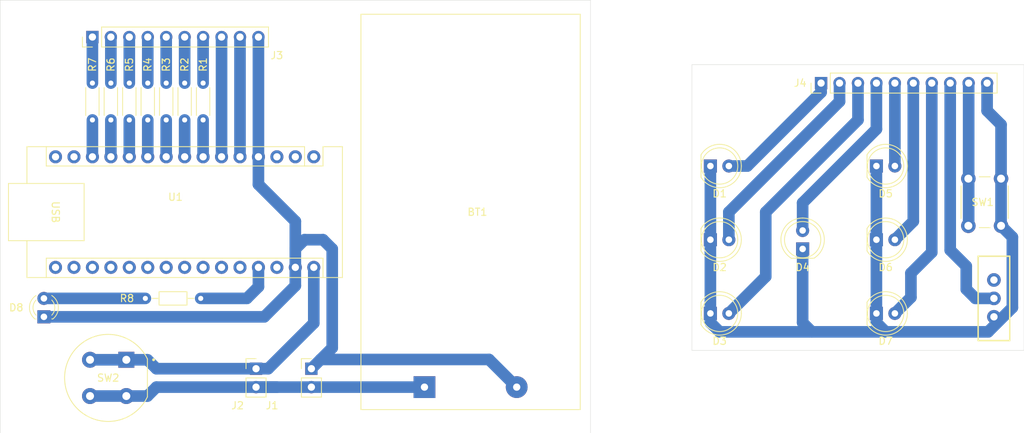
<source format=kicad_pcb>
(kicad_pcb (version 20241229) (generator "pcbnew") (generator_version "9.0")
  (layers (0 "F.Cu" signal) (2 "B.Cu" signal) (13 "F.Paste" user) (15 "B.Paste" user) (5 "F.SilkS" user "F.Silkscreen") (7 "B.SilkS" user "B.Silkscreen") (1 "F.Mask" user) (3 "B.Mask" user) (25 "Edge.Cuts" user))
  (net 0 "")
  (net 1 "Net-(D1-A)")
  (net 2 "Net-(D2-A)")
  (net 3 "Net-(D3-A)")
  (net 4 "Net-(D4-A)")
  (net 5 "Net-(D5-A)")
  (net 6 "Net-(D6-A)")
  (net 7 "Net-(D7-A)")
  (net 8 "Net-(D8-A)")
  (net 9 "PWR")
  (net 10 "VIN")
  (net 11 "Net-(J3-Pin_4)")
  (net 12 "Net-(J3-Pin_5)")
  (net 13 "Net-(J3-Pin_1)")
  (net 14 "Net-(J3-Pin_6)")
  (net 15 "Net-(J3-Pin_7)")
  (net 16 "Net-(J3-Pin_2)")
  (net 17 "Net-(J3-Pin_8)")
  (net 18 "Net-(J3-Pin_9)")
  (net 19 "Net-(J3-Pin_3)")
  (net 20 "Net-(J4-Pin_9)")
  (net 21 "Net-(J4-Pin_8)")
  (net 22 "Net-(U1-D4)")
  (net 23 "Net-(U1-D5)")
  (net 24 "Net-(U1-D6)")
  (net 25 "Net-(U1-D7)")
  (net 26 "Net-(U1-D8)")
  (net 27 "Net-(U1-D9)")
  (net 28 "Net-(U1-D10)")
  (net 29 "Net-(U1-+5V)")
  (net 48 "GND1")
  (net 49 "GND2")
  (footprint "MountingHole:MountingHole_2mm" (layer "F.Cu") (at 125.73 68.11)
    (property "Reference" "H2" (hide yes))
    (property "Value" "MountingHole" (hide yes))
    (pad "" np_thru_hole circle (at 0 0) (size 2 2) (drill 2) (layers "*.Cu" "*.Mask"))
  )
  (footprint "Connector_PinHeader_2.54mm:PinHeader_1x10_P2.54mm_Vertical" (layer "F.Cu") (at 193.04 75.73 90)
    (property "Reference" "J4" (at 0 -2.87 180) (layer "F.SilkS"))
    (property "Value" "01x10_Pin" (hide yes))
    (fp_line (start -1.38 -1.38) (end 0 -1.38) (stroke (width 0.12)) (layer "F.SilkS"))
    (fp_line (start -1.38 0) (end -1.38 -1.38) (stroke (width 0.12)) (layer "F.SilkS"))
    (fp_line (start 1.38 1.27) (end 1.38 24.24) (stroke (width 0.12)) (layer "F.SilkS"))
    (fp_line (start -1.38 1.27) (end 1.38 1.27) (stroke (width 0.12)) (layer "F.SilkS"))
    (fp_line (start -1.38 1.27) (end -1.38 24.24) (stroke (width 0.12)) (layer "F.SilkS"))
    (fp_line (start -1.38 24.24) (end 1.38 24.24) (stroke (width 0.12)) (layer "F.SilkS"))
    (pad "1" thru_hole rect (at 0 0 90) (size 1.7 1.7) (drill 1) (layers "*.Cu" "*.Mask") (net 1 "Net-(D1-A)"))
    (pad "2" thru_hole circle (at 0 2.54 90) (size 1.7 1.7) (drill 1) (layers "*.Cu" "*.Mask") (net 2 "Net-(D2-A)"))
    (pad "3" thru_hole circle (at 0 5.08 90) (size 1.7 1.7) (drill 1) (layers "*.Cu" "*.Mask") (net 3 "Net-(D3-A)"))
    (pad "4" thru_hole circle (at 0 7.62 90) (size 1.7 1.7) (drill 1) (layers "*.Cu" "*.Mask") (net 4 "Net-(D4-A)"))
    (pad "5" thru_hole circle (at 0 10.16 90) (size 1.7 1.7) (drill 1) (layers "*.Cu" "*.Mask") (net 5 "Net-(D5-A)"))
    (pad "6" thru_hole circle (at 0 12.7 90) (size 1.7 1.7) (drill 1) (layers "*.Cu" "*.Mask") (net 6 "Net-(D6-A)"))
    (pad "7" thru_hole circle (at 0 15.24 90) (size 1.7 1.7) (drill 1) (layers "*.Cu" "*.Mask") (net 7 "Net-(D7-A)"))
    (pad "8" thru_hole circle (at 0 17.78 90) (size 1.7 1.7) (drill 1) (layers "*.Cu" "*.Mask") (net 21 "Net-(J4-Pin_8)"))
    (pad "9" thru_hole circle (at 0 20.32 90) (size 1.7 1.7) (drill 1) (layers "*.Cu" "*.Mask") (net 20 "Net-(J4-Pin_9)"))
    (pad "10" thru_hole circle (at 0 22.86 90) (size 1.7 1.7) (drill 1) (layers "*.Cu" "*.Mask") (net 49 "GND2"))
  )
  (footprint "Resistor_THT:R_Axial_DIN0204_L3.6mm_D1.6mm_P5.08mm_Horizontal" (layer "F.Cu") (at 105.41 80.81 90)
    (property "Reference" "R2" (at 7.62 0 90) (layer "F.SilkS"))
    (property "Value" "330")
    (fp_line (start 0.62 -0.92) (end 4.46 -0.92) (stroke (width 0.12)) (layer "F.SilkS"))
    (fp_line (start 0.62 0.92) (end 4.46 0.92) (stroke (width 0.12)) (layer "F.SilkS"))
    (pad "1" thru_hole circle (at 0 0 90) (size 1.4 1.4) (drill 0.7) (layers "*.Cu" "*.Mask") (net 23 "Net-(U1-D5)"))
    (pad "2" thru_hole circle (at 5.08 0 90) (size 1.4 1.4) (drill 0.7) (layers "*.Cu" "*.Mask") (net 14 "Net-(J3-Pin_6)"))
  )
  (footprint "Connector_PinHeader_2.54mm:PinHeader_1x02_P2.54mm_Vertical" (layer "F.Cu") (at 115.24 115.1)
    (property "Reference" "J2" (at -2.54 5.08 0) (layer "F.SilkS"))
    (property "Value" "01x02" (hide yes))
    (fp_line (start -1.38 -1.38) (end 0 -1.38) (stroke (width 0.12)) (layer "F.SilkS"))
    (fp_line (start -1.38 0) (end -1.38 -1.38) (stroke (width 0.12)) (layer "F.SilkS"))
    (fp_line (start -1.38 1.27) (end -1.38 3.92) (stroke (width 0.12)) (layer "F.SilkS"))
    (fp_line (start -1.38 1.27) (end 1.38 1.27) (stroke (width 0.12)) (layer "F.SilkS"))
    (fp_line (start -1.38 3.92) (end 1.38 3.92) (stroke (width 0.12)) (layer "F.SilkS"))
    (fp_line (start 1.38 1.27) (end 1.38 3.92) (stroke (width 0.12)) (layer "F.SilkS"))
    (pad "1" thru_hole rect (at 0 0) (size 1.7 1.7) (drill 1) (layers "*.Cu" "*.Mask") (net 10 "VIN"))
    (pad "2" thru_hole circle (at 0 2.54) (size 1.7 1.7) (drill 1) (layers "*.Cu" "*.Mask") (net 9 "PWR"))
  )
  (footprint "Custom:Arduino_Nano_v3" (layer "F.Cu") (at 123.19 85.89 -90)
    (property "Reference" "U1" (at 5.55 19.05 0) (layer "F.SilkS"))
    (property "Value" "Arduino_Nano_v3")
    (fp_line (start 3.68 42.04) (end 3.68 31.62) (stroke (width 0.12)) (layer "F.SilkS"))
    (fp_line (start 11.56 42.04) (end 3.68 42.04) (stroke (width 0.12)) (layer "F.SilkS"))
    (fp_line (start -1.4 39.5) (end 3.68 39.5) (stroke (width 0.12)) (layer "F.SilkS"))
    (fp_line (start 16.64 39.5) (end 11.56 39.5) (stroke (width 0.12)) (layer "F.SilkS"))
    (fp_line (start 16.64 39.5) (end 16.64 -3.94) (stroke (width 0.12)) (layer "F.SilkS"))
    (fp_line (start 1.27 36.83) (end -1.4 36.83) (stroke (width 0.12)) (layer "F.SilkS"))
    (fp_line (start 13.97 36.83) (end 16.64 36.83) (stroke (width 0.12)) (layer "F.SilkS"))
    (fp_line (start 3.68 31.62) (end 11.56 31.62) (stroke (width 0.12)) (layer "F.SilkS"))
    (fp_line (start 11.56 31.62) (end 11.56 42.04) (stroke (width 0.12)) (layer "F.SilkS"))
    (fp_line (start -1.4 1.27) (end -1.4 39.5) (stroke (width 0.12)) (layer "F.SilkS"))
    (fp_line (start 1.27 1.27) (end 1.27 36.83) (stroke (width 0.12)) (layer "F.SilkS"))
    (fp_line (start 1.27 1.27) (end -1.4 1.27) (stroke (width 0.12)) (layer "F.SilkS"))
    (fp_line (start 1.27 1.27) (end 1.27 -1.27) (stroke (width 0.12)) (layer "F.SilkS"))
    (fp_line (start 1.27 -1.27) (end -1.4 -1.27) (stroke (width 0.12)) (layer "F.SilkS"))
    (fp_line (start 13.97 -1.27) (end 13.97 36.83) (stroke (width 0.12)) (layer "F.SilkS"))
    (fp_line (start 13.97 -1.27) (end 16.64 -1.27) (stroke (width 0.12)) (layer "F.SilkS"))
    (fp_line (start -1.4 -3.94) (end -1.4 -1.27) (stroke (width 0.12)) (layer "F.SilkS"))
    (fp_line (start 16.64 -3.94) (end -1.4 -3.94) (stroke (width 0.12)) (layer "F.SilkS"))
    (fp_text user "USB" (at 7.62 35.56 270) (layer "F.SilkS"))
    (pad "1" thru_hole circle (at 0 0 270) (size 1.8 1.8) (drill 1) (layers "*.Cu" "*.Mask"))
    (pad "2" thru_hole circle (at 0 2.54 270) (size 1.8 1.8) (drill 1) (layers "*.Cu" "*.Mask"))
    (pad "3" thru_hole circle (at 0 5.08 270) (size 1.8 1.8) (drill 1) (layers "*.Cu" "*.Mask"))
    (pad "4" thru_hole circle (at 0 7.62 270) (size 1.8 1.8) (drill 1) (layers "*.Cu" "*.Mask") (net 48 "GND1"))
    (pad "5" thru_hole circle (at 0 10.16 270) (size 1.8 1.8) (drill 1) (layers "*.Cu" "*.Mask") (net 18 "Net-(J3-Pin_9)"))
    (pad "6" thru_hole circle (at 0 12.7 270) (size 1.8 1.8) (drill 1) (layers "*.Cu" "*.Mask") (net 17 "Net-(J3-Pin_8)"))
    (pad "7" thru_hole circle (at 0 15.24 270) (size 1.8 1.8) (drill 1) (layers "*.Cu" "*.Mask") (net 22 "Net-(U1-D4)"))
    (pad "8" thru_hole circle (at 0 17.78 270) (size 1.8 1.8) (drill 1) (layers "*.Cu" "*.Mask") (net 23 "Net-(U1-D5)"))
    (pad "9" thru_hole circle (at 0 20.32 270) (size 1.8 1.8) (drill 1) (layers "*.Cu" "*.Mask") (net 24 "Net-(U1-D6)"))
    (pad "10" thru_hole circle (at 0 22.86 270) (size 1.8 1.8) (drill 1) (layers "*.Cu" "*.Mask") (net 25 "Net-(U1-D7)"))
    (pad "11" thru_hole circle (at 0 25.4 270) (size 1.8 1.8) (drill 1) (layers "*.Cu" "*.Mask") (net 26 "Net-(U1-D8)"))
    (pad "12" thru_hole circle (at 0 27.94 270) (size 1.8 1.8) (drill 1) (layers "*.Cu" "*.Mask") (net 27 "Net-(U1-D9)"))
    (pad "13" thru_hole circle (at 0 30.48 270) (size 1.8 1.8) (drill 1) (layers "*.Cu" "*.Mask") (net 28 "Net-(U1-D10)"))
    (pad "14" thru_hole circle (at 0 33.02 270) (size 1.8 1.8) (drill 1) (layers "*.Cu" "*.Mask"))
    (pad "15" thru_hole circle (at 0 35.56 270) (size 1.8 1.8) (drill 1) (layers "*.Cu" "*.Mask"))
    (pad "16" thru_hole circle (at 15.24 35.56 270) (size 1.8 1.8) (drill 1) (layers "*.Cu" "*.Mask"))
    (pad "17" thru_hole circle (at 15.24 33.02 270) (size 1.8 1.8) (drill 1) (layers "*.Cu" "*.Mask"))
    (pad "18" thru_hole circle (at 15.24 30.48 270) (size 1.8 1.8) (drill 1) (layers "*.Cu" "*.Mask"))
    (pad "19" thru_hole circle (at 15.24 27.94 270) (size 1.8 1.8) (drill 1) (layers "*.Cu" "*.Mask"))
    (pad "20" thru_hole circle (at 15.24 25.4 270) (size 1.8 1.8) (drill 1) (layers "*.Cu" "*.Mask"))
    (pad "21" thru_hole circle (at 15.24 22.86 270) (size 1.8 1.8) (drill 1) (layers "*.Cu" "*.Mask"))
    (pad "22" thru_hole circle (at 15.24 20.32 270) (size 1.8 1.8) (drill 1) (layers "*.Cu" "*.Mask"))
    (pad "23" thru_hole circle (at 15.24 17.78 270) (size 1.8 1.8) (drill 1) (layers "*.Cu" "*.Mask"))
    (pad "24" thru_hole circle (at 15.24 15.24 270) (size 1.8 1.8) (drill 1) (layers "*.Cu" "*.Mask"))
    (pad "25" thru_hole circle (at 15.24 12.7 270) (size 1.8 1.8) (drill 1) (layers "*.Cu" "*.Mask"))
    (pad "26" thru_hole circle (at 15.24 10.16 270) (size 1.8 1.8) (drill 1) (layers "*.Cu" "*.Mask"))
    (pad "27" thru_hole circle (at 15.24 7.62 270) (size 1.8 1.8) (drill 1) (layers "*.Cu" "*.Mask") (net 29 "Net-(U1-+5V)"))
    (pad "28" thru_hole circle (at 15.24 5.08 270) (size 1.8 1.8) (drill 1) (layers "*.Cu" "*.Mask"))
    (pad "29" thru_hole circle (at 15.24 2.54 270) (size 1.8 1.8) (drill 1) (layers "*.Cu" "*.Mask") (net 48 "GND1"))
    (pad "30" thru_hole circle (at 15.24 0 270) (size 1.8 1.8) (drill 1) (layers "*.Cu" "*.Mask") (net 10 "VIN"))
  )
  (footprint "MountingHole:MountingHole_2mm" (layer "F.Cu") (at 178.74 76.2)
    (property "Reference" "H4" (hide yes))
    (property "Value" "MountingHole" (hide yes))
    (pad "" np_thru_hole circle (at 0 0) (size 2 2) (drill 2) (layers "*.Cu" "*.Mask"))
  )
  (footprint "Resistor_THT:R_Axial_DIN0204_L3.6mm_D1.6mm_P5.08mm_Horizontal" (layer "F.Cu") (at 100.33 80.81 90)
    (property "Reference" "R4" (at 7.62 0 90) (layer "F.SilkS"))
    (property "Value" "330")
    (fp_line (start 0.62 -0.92) (end 4.46 -0.92) (stroke (width 0.12)) (layer "F.SilkS"))
    (fp_line (start 0.62 0.92) (end 4.46 0.92) (stroke (width 0.12)) (layer "F.SilkS"))
    (pad "1" thru_hole circle (at 0 0 90) (size 1.4 1.4) (drill 0.7) (layers "*.Cu" "*.Mask") (net 25 "Net-(U1-D7)"))
    (pad "2" thru_hole circle (at 5.08 0 90) (size 1.4 1.4) (drill 0.7) (layers "*.Cu" "*.Mask") (net 11 "Net-(J3-Pin_4)"))
  )
  (footprint "LED_THT:LED_D5.0mm" (layer "F.Cu") (at 177.8 107.48)
    (property "Reference" "D3" (at 1.27 3.81 0) (layer "F.SilkS"))
    (property "Value" "LED" (hide yes))
    (fp_line (start -1.29 -1.545) (end -1.29 1.545) (stroke (width 0.12)) (layer "F.SilkS"))
    (fp_arc (start -1.29 -1.54483) (mid 2.071779 -2.880495) (end 4.26 0) (stroke (width 0.12)) (layer "F.SilkS"))
    (fp_arc (start 4.26 0) (mid 2.071779 2.880495) (end -1.29 1.54483) (stroke (width 0.12)) (layer "F.SilkS"))
    (fp_circle (center 1.27 0) (end 3.77 0) (stroke (width 0.12)) (fill no) (layer "F.SilkS"))
    (pad "1" thru_hole rect (at 0 0) (size 1.8 1.8) (drill 0.9) (layers "*.Cu" "*.Mask") (net 49 "GND2"))
    (pad "2" thru_hole circle (at 2.54 0) (size 1.8 1.8) (drill 0.9) (layers "*.Cu" "*.Mask") (net 3 "Net-(D3-A)"))
  )
  (footprint "Resistor_THT:R_Axial_DIN0204_L3.6mm_D1.6mm_P5.08mm_Horizontal" (layer "F.Cu") (at 92.71 80.81 90)
    (property "Reference" "R7" (at 7.62 0 90) (layer "F.SilkS"))
    (property "Value" "330")
    (fp_line (start 0.62 -0.92) (end 4.46 -0.92) (stroke (width 0.12)) (layer "F.SilkS"))
    (fp_line (start 0.62 0.92) (end 4.46 0.92) (stroke (width 0.12)) (layer "F.SilkS"))
    (pad "1" thru_hole circle (at 0 0 90) (size 1.4 1.4) (drill 0.7) (layers "*.Cu" "*.Mask") (net 28 "Net-(U1-D10)"))
    (pad "2" thru_hole circle (at 5.08 0 90) (size 1.4 1.4) (drill 0.7) (layers "*.Cu" "*.Mask") (net 13 "Net-(J3-Pin_1)"))
  )
  (footprint "Resistor_THT:R_Axial_DIN0204_L3.6mm_D1.6mm_P5.08mm_Horizontal" (layer "F.Cu") (at 102.87 80.81 90)
    (property "Reference" "R3" (at 7.62 0 90) (layer "F.SilkS"))
    (property "Value" "330")
    (fp_line (start 0.62 -0.92) (end 4.46 -0.92) (stroke (width 0.12)) (layer "F.SilkS"))
    (fp_line (start 0.62 0.92) (end 4.46 0.92) (stroke (width 0.12)) (layer "F.SilkS"))
    (pad "1" thru_hole circle (at 0 0 90) (size 1.4 1.4) (drill 0.7) (layers "*.Cu" "*.Mask") (net 24 "Net-(U1-D6)"))
    (pad "2" thru_hole circle (at 5.08 0 90) (size 1.4 1.4) (drill 0.7) (layers "*.Cu" "*.Mask") (net 12 "Net-(J3-Pin_5)"))
  )
  (footprint "Connector_PinHeader_2.54mm:PinHeader_1x02_P2.54mm_Vertical" (layer "F.Cu") (at 122.86 115.1)
    (property "Reference" "J1" (at -5.41 5.08 0) (layer "F.SilkS"))
    (property "Value" "01x02" (hide yes))
    (fp_line (start -1.38 -1.38) (end 0 -1.38) (stroke (width 0.12)) (layer "F.SilkS"))
    (fp_line (start -1.38 0) (end -1.38 -1.38) (stroke (width 0.12)) (layer "F.SilkS"))
    (fp_line (start -1.38 1.27) (end -1.38 3.92) (stroke (width 0.12)) (layer "F.SilkS"))
    (fp_line (start -1.38 1.27) (end 1.38 1.27) (stroke (width 0.12)) (layer "F.SilkS"))
    (fp_line (start -1.38 3.92) (end 1.38 3.92) (stroke (width 0.12)) (layer "F.SilkS"))
    (fp_line (start 1.38 1.27) (end 1.38 3.92) (stroke (width 0.12)) (layer "F.SilkS"))
    (pad "1" thru_hole rect (at 0 0) (size 1.7 1.7) (drill 1) (layers "*.Cu" "*.Mask") (net 48 "GND1"))
    (pad "2" thru_hole circle (at 0 2.54) (size 1.7 1.7) (drill 1) (layers "*.Cu" "*.Mask") (net 9 "PWR"))
  )
  (footprint "LED_THT:LED_D5.0mm" (layer "F.Cu") (at 200.66 107.48)
    (property "Reference" "D7" (at 1.27 3.81 0) (layer "F.SilkS"))
    (property "Value" "LED" (hide yes))
    (fp_line (start -1.29 -1.545) (end -1.29 1.545) (stroke (width 0.12)) (layer "F.SilkS"))
    (fp_arc (start -1.29 -1.54483) (mid 2.071779 -2.880495) (end 4.26 0) (stroke (width 0.12)) (layer "F.SilkS"))
    (fp_arc (start 4.26 0) (mid 2.071779 2.880495) (end -1.29 1.54483) (stroke (width 0.12)) (layer "F.SilkS"))
    (fp_circle (center 1.27 0) (end 3.77 0) (stroke (width 0.12)) (fill no) (layer "F.SilkS"))
    (pad "1" thru_hole rect (at 0 0) (size 1.8 1.8) (drill 0.9) (layers "*.Cu" "*.Mask") (net 49 "GND2"))
    (pad "2" thru_hole circle (at 2.54 0) (size 1.8 1.8) (drill 0.9) (layers "*.Cu" "*.Mask") (net 7 "Net-(D7-A)"))
  )
  (footprint "MountingHole:MountingHole_2mm" (layer "F.Cu") (at 83.82 120.18)
    (property "Reference" "H3" (hide yes))
    (property "Value" "MountingHole" (hide yes))
    (pad "" np_thru_hole circle (at 0 0) (size 2 2) (drill 2) (layers "*.Cu" "*.Mask"))
  )
  (footprint "LED_THT:LED_D5.0mm" (layer "F.Cu") (at 177.8 97.32)
    (property "Reference" "D2" (at 1.27 3.81 0) (layer "F.SilkS"))
    (property "Value" "LED" (hide yes))
    (fp_line (start -1.29 -1.545) (end -1.29 1.545) (stroke (width 0.12)) (layer "F.SilkS"))
    (fp_arc (start -1.29 -1.54483) (mid 2.071779 -2.880495) (end 4.26 0) (stroke (width 0.12)) (layer "F.SilkS"))
    (fp_arc (start 4.26 0) (mid 2.071779 2.880495) (end -1.29 1.54483) (stroke (width 0.12)) (layer "F.SilkS"))
    (fp_circle (center 1.27 0) (end 3.77 0) (stroke (width 0.12)) (fill no) (layer "F.SilkS"))
    (pad "1" thru_hole rect (at 0 0) (size 1.8 1.8) (drill 0.9) (layers "*.Cu" "*.Mask") (net 49 "GND2"))
    (pad "2" thru_hole circle (at 2.54 0) (size 1.8 1.8) (drill 0.9) (layers "*.Cu" "*.Mask") (net 2 "Net-(D2-A)"))
  )
  (footprint "Battery:BatteryHolder_Eagle_12BH611-GR" (layer "F.Cu") (at 138.43 117.64 -90)
    (property "Reference" "BT1" (at -24.13 -7.29 180) (layer "F.SilkS"))
    (property "Value" "Batt_9V")
    (fp_line (start -51.4 8.75) (end -51.4 -21.45) (stroke (width 0.12)) (layer "F.SilkS"))
    (fp_line (start 3.1 8.75) (end -51.4 8.75) (stroke (width 0.12)) (layer "F.SilkS"))
    (fp_line (start -51.4 -21.45) (end 3.1 -21.45) (stroke (width 0.12)) (layer "F.SilkS"))
    (fp_line (start 3.1 -21.45) (end 3.1 8.75) (stroke (width 0.12)) (layer "F.SilkS"))
    (pad "" np_thru_hole circle (at -38.9 -17.45 270) (size 2.6 2.6) (drill 2.6) (layers "*.Cu" "*.Mask"))
    (pad "" np_thru_hole circle (at -24.15 4.75 270) (size 2.6 2.6) (drill 2.6) (layers "*.Cu" "*.Mask"))
    (pad "" np_thru_hole circle (at -10.9 -17.45 270) (size 2.6 2.6) (drill 2.6) (layers "*.Cu" "*.Mask"))
    (pad "1" thru_hole rect (at 0 0 270) (size 3 3) (drill 1) (layers "*.Cu" "*.Mask") (net 9 "PWR"))
    (pad "2" thru_hole circle (at 0 -12.7 270) (size 3 3) (drill 1) (layers "*.Cu" "*.Mask") (net 48 "GND1"))
  )
  (footprint "PCM_SparkFun-Switch:Slide_SPDT_PTH_11.6x4.0mm" (layer "F.Cu") (at 216.84 105.41)
    (property "Reference" "SW3" (hide yes))
    (property "Value" "SPDT_Slide" (hide yes))
    (fp_line (start -2.175 -5.815) (end -2.175 5.815) (stroke (width 0.2032)) (layer "F.SilkS"))
    (fp_line (start -2.175 5.815) (end 2.175 5.815) (stroke (width 0.2032)) (layer "F.SilkS"))
    (fp_line (start 2.175 -5.815) (end -2.175 -5.815) (stroke (width 0.2032)) (layer "F.SilkS"))
    (fp_line (start 2.175 5.815) (end 2.175 -5.815) (stroke (width 0.2032)) (layer "F.SilkS"))
    (pad "1" thru_hole circle (at 0 -2.54) (size 1.8796 1.8796) (drill 1.016) (layers "*.Cu" "*.Mask"))
    (pad "2" thru_hole circle (at 0 0) (size 1.8796 1.8796) (drill 1.016) (layers "*.Cu" "*.Mask") (net 21 "Net-(J4-Pin_8)"))
    (pad "3" thru_hole circle (at 0 2.54) (size 1.8796 1.8796) (drill 1.016) (layers "*.Cu" "*.Mask") (net 49 "GND2"))
  )
  (footprint "MountingHole:MountingHole_2mm" (layer "F.Cu") (at 210.49 106.68)
    (property "Reference" "H5" (hide yes))
    (property "Value" "MountingHole" (hide yes))
    (pad "" np_thru_hole circle (at 0 0) (size 2 2) (drill 2) (layers "*.Cu" "*.Mask"))
  )
  (footprint "Resistor_THT:R_Axial_DIN0204_L3.6mm_D1.6mm_P5.08mm_Horizontal" (layer "F.Cu") (at 95.25 80.81 90)
    (property "Reference" "R6" (at 7.62 0 90) (layer "F.SilkS"))
    (property "Value" "330")
    (fp_line (start 0.62 -0.92) (end 4.46 -0.92) (stroke (width 0.12)) (layer "F.SilkS"))
    (fp_line (start 0.62 0.92) (end 4.46 0.92) (stroke (width 0.12)) (layer "F.SilkS"))
    (pad "1" thru_hole circle (at 0 0 90) (size 1.4 1.4) (drill 0.7) (layers "*.Cu" "*.Mask") (net 27 "Net-(U1-D9)"))
    (pad "2" thru_hole circle (at 5.08 0 90) (size 1.4 1.4) (drill 0.7) (layers "*.Cu" "*.Mask") (net 16 "Net-(J3-Pin_2)"))
  )
  (footprint "MountingHole:MountingHole_2mm" (layer "F.Cu") (at 83.82 68.11)
    (property "Reference" "H1" (hide yes))
    (property "Value" "MountingHole" (hide yes))
    (pad "" np_thru_hole circle (at 0 0) (size 2 2) (drill 2) (layers "*.Cu" "*.Mask"))
  )
  (footprint "LED_THT:LED_D5.0mm" (layer "F.Cu") (at 200.66 97.32)
    (property "Reference" "D6" (at 1.27 3.81 0) (layer "F.SilkS"))
    (property "Value" "LED" (hide yes))
    (fp_line (start -1.29 -1.545) (end -1.29 1.545) (stroke (width 0.12)) (layer "F.SilkS"))
    (fp_arc (start -1.29 -1.54483) (mid 2.071779 -2.880495) (end 4.26 0) (stroke (width 0.12)) (layer "F.SilkS"))
    (fp_arc (start 4.26 0) (mid 2.071779 2.880495) (end -1.29 1.54483) (stroke (width 0.12)) (layer "F.SilkS"))
    (fp_circle (center 1.27 0) (end 3.77 0) (stroke (width 0.12)) (fill no) (layer "F.SilkS"))
    (pad "1" thru_hole rect (at 0 0) (size 1.8 1.8) (drill 0.9) (layers "*.Cu" "*.Mask") (net 49 "GND2"))
    (pad "2" thru_hole circle (at 2.54 0) (size 1.8 1.8) (drill 0.9) (layers "*.Cu" "*.Mask") (net 6 "Net-(D6-A)"))
  )
  (footprint "LED_THT:LED_D5.0mm" (layer "F.Cu") (at 190.5 98.59 90)
    (property "Reference" "D4" (at -2.54 0 180) (layer "F.SilkS"))
    (property "Value" "LED" (hide yes))
    (fp_line (start -1.29 -1.545) (end -1.29 1.545) (stroke (width 0.12)) (layer "F.SilkS"))
    (fp_arc (start -1.29 -1.54483) (mid 2.071779 -2.880495) (end 4.26 0) (stroke (width 0.12)) (layer "F.SilkS"))
    (fp_arc (start 4.26 0) (mid 2.071779 2.880495) (end -1.29 1.54483) (stroke (width 0.12)) (layer "F.SilkS"))
    (fp_circle (center 1.27 0) (end 3.77 0) (stroke (width 0.12)) (fill no) (layer "F.SilkS"))
    (pad "1" thru_hole rect (at 0 0 90) (size 1.8 1.8) (drill 0.9) (layers "*.Cu" "*.Mask") (net 49 "GND2"))
    (pad "2" thru_hole circle (at 2.54 0 90) (size 1.8 1.8) (drill 0.9) (layers "*.Cu" "*.Mask") (net 4 "Net-(D4-A)"))
  )
  (footprint "LED_THT:LED_D5.0mm" (layer "F.Cu") (at 177.8 87.16)
    (property "Reference" "D1" (at 1.27 3.81 0) (layer "F.SilkS"))
    (property "Value" "LED" (hide yes))
    (fp_line (start -1.29 -1.545) (end -1.29 1.545) (stroke (width 0.12)) (layer "F.SilkS"))
    (fp_arc (start -1.29 -1.54483) (mid 2.071779 -2.880495) (end 4.26 0) (stroke (width 0.12)) (layer "F.SilkS"))
    (fp_arc (start 4.26 0) (mid 2.071779 2.880495) (end -1.29 1.54483) (stroke (width 0.12)) (layer "F.SilkS"))
    (fp_circle (center 1.27 0) (end 3.77 0) (stroke (width 0.12)) (fill no) (layer "F.SilkS"))
    (pad "1" thru_hole rect (at 0 0) (size 1.8 1.8) (drill 0.9) (layers "*.Cu" "*.Mask") (net 49 "GND2"))
    (pad "2" thru_hole circle (at 2.54 0) (size 1.8 1.8) (drill 0.9) (layers "*.Cu" "*.Mask") (net 1 "Net-(D1-A)"))
  )
  (footprint "LED_THT:LED_D5.0mm" (layer "F.Cu") (at 200.66 87.16)
    (property "Reference" "D5" (at 1.27 3.81 0) (layer "F.SilkS"))
    (property "Value" "LED" (hide yes))
    (fp_line (start -1.29 -1.545) (end -1.29 1.545) (stroke (width 0.12)) (layer "F.SilkS"))
    (fp_arc (start -1.29 -1.54483) (mid 2.071779 -2.880495) (end 4.26 0) (stroke (width 0.12)) (layer "F.SilkS"))
    (fp_arc (start 4.26 0) (mid 2.071779 2.880495) (end -1.29 1.54483) (stroke (width 0.12)) (layer "F.SilkS"))
    (fp_circle (center 1.27 0) (end 3.77 0) (stroke (width 0.12)) (fill no) (layer "F.SilkS"))
    (pad "1" thru_hole rect (at 0 0) (size 1.8 1.8) (drill 0.9) (layers "*.Cu" "*.Mask") (net 49 "GND2"))
    (pad "2" thru_hole circle (at 2.54 0) (size 1.8 1.8) (drill 0.9) (layers "*.Cu" "*.Mask") (net 5 "Net-(D5-A)"))
  )
  (footprint "Custom:Push_Button_Switch_THT_C&K_D6R90LGS" (layer "F.Cu") (at 94.88 116.37 180)
    (property "Reference" "SW2" (at 0 0 0) (layer "F.SilkS"))
    (property "Value" "SW_SPST" (hide yes))
    (fp_line (start -5.4 2.61534) (end -5.4 -2.61534) (stroke (width 0.127)) (layer "F.SilkS"))
    (fp_arc (start -5.4 -2.61534) (mid 5.999972 0) (end -5.4 2.61534) (stroke (width 0.127)) (layer "F.SilkS"))
    (fp_circle (center -6.25 2.5) (end -6.15 2.5) (stroke (width 0.2)) (fill no) (layer "F.SilkS"))
    (pad "1" thru_hole rect (at -2.5 2.5 180) (size 2.2 2.2) (drill 1.1) (layers "*.Cu" "*.Mask") (net 10 "VIN"))
    (pad "2" thru_hole circle (at 2.5 2.5 180) (size 2.2 2.2) (drill 1.1) (layers "*.Cu" "*.Mask") (net 10 "VIN"))
    (pad "3" thru_hole circle (at -2.5 -2.5 180) (size 2.2 2.2) (drill 1.1) (layers "*.Cu" "*.Mask") (net 9 "PWR"))
    (pad "4" thru_hole circle (at 2.5 -2.5 180) (size 2.2 2.2) (drill 1.1) (layers "*.Cu" "*.Mask") (net 9 "PWR"))
  )
  (footprint "Button_Switch_THT:SW_PUSH_6mm_H9.5mm" (layer "F.Cu") (at 213.32 95.4 90)
    (property "Reference" "SW1" (at 3.25 1.96 180) (layer "F.SilkS"))
    (property "Value" "SW_Push" (hide yes))
    (fp_line (start 5.5 -1) (end 1 -1) (stroke (width 0.12)) (layer "F.SilkS"))
    (fp_line (start -0.25 1.5) (end -0.25 3) (stroke (width 0.12)) (layer "F.SilkS"))
    (fp_line (start 6.75 3) (end 6.75 1.5) (stroke (width 0.12)) (layer "F.SilkS"))
    (fp_line (start 1 5.5) (end 5.5 5.5) (stroke (width 0.12)) (layer "F.SilkS"))
    (pad "1" thru_hole circle (at 0 0 180) (size 2 2) (drill 1.1) (layers "*.Cu" "*.Mask") (net 20 "Net-(J4-Pin_9)"))
    (pad "1" thru_hole circle (at 6.5 0 180) (size 2 2) (drill 1.1) (layers "*.Cu" "*.Mask") (net 20 "Net-(J4-Pin_9)"))
    (pad "2" thru_hole circle (at 0 4.5 180) (size 2 2) (drill 1.1) (layers "*.Cu" "*.Mask") (net 49 "GND2"))
    (pad "2" thru_hole circle (at 6.5 4.5 180) (size 2 2) (drill 1.1) (layers "*.Cu" "*.Mask") (net 49 "GND2"))
  )
  (footprint "Resistor_THT:R_Axial_DIN0204_L3.6mm_D1.6mm_P5.08mm_Horizontal" (layer "F.Cu") (at 107.95 80.81 90)
    (property "Reference" "R1" (at 7.62 0 90) (layer "F.SilkS"))
    (property "Value" "330")
    (fp_line (start 0.62 -0.92) (end 4.46 -0.92) (stroke (width 0.12)) (layer "F.SilkS"))
    (fp_line (start 0.62 0.92) (end 4.46 0.92) (stroke (width 0.12)) (layer "F.SilkS"))
    (pad "1" thru_hole circle (at 0 0 90) (size 1.4 1.4) (drill 0.7) (layers "*.Cu" "*.Mask") (net 22 "Net-(U1-D4)"))
    (pad "2" thru_hole circle (at 5.08 0 90) (size 1.4 1.4) (drill 0.7) (layers "*.Cu" "*.Mask") (net 15 "Net-(J3-Pin_7)"))
  )
  (footprint "Connector_PinHeader_2.54mm:PinHeader_1x10_P2.54mm_Vertical" (layer "F.Cu") (at 92.71 69.38 90)
    (property "Reference" "J3" (at -2.54 25.4 0) (layer "F.SilkS"))
    (property "Value" "01x10_Pin" (hide yes))
    (fp_line (start -1.38 -1.38) (end 0 -1.38) (stroke (width 0.12)) (layer "F.SilkS"))
    (fp_line (start -1.38 0) (end -1.38 -1.38) (stroke (width 0.12)) (layer "F.SilkS"))
    (fp_line (start 1.38 1.27) (end 1.38 24.24) (stroke (width 0.12)) (layer "F.SilkS"))
    (fp_line (start -1.38 1.27) (end 1.38 1.27) (stroke (width 0.12)) (layer "F.SilkS"))
    (fp_line (start -1.38 1.27) (end -1.38 24.24) (stroke (width 0.12)) (layer "F.SilkS"))
    (fp_line (start -1.38 24.24) (end 1.38 24.24) (stroke (width 0.12)) (layer "F.SilkS"))
    (pad "1" thru_hole rect (at 0 0 90) (size 1.7 1.7) (drill 1) (layers "*.Cu" "*.Mask") (net 13 "Net-(J3-Pin_1)"))
    (pad "2" thru_hole circle (at 0 2.54 90) (size 1.7 1.7) (drill 1) (layers "*.Cu" "*.Mask") (net 16 "Net-(J3-Pin_2)"))
    (pad "3" thru_hole circle (at 0 5.08 90) (size 1.7 1.7) (drill 1) (layers "*.Cu" "*.Mask") (net 19 "Net-(J3-Pin_3)"))
    (pad "4" thru_hole circle (at 0 7.62 90) (size 1.7 1.7) (drill 1) (layers "*.Cu" "*.Mask") (net 11 "Net-(J3-Pin_4)"))
    (pad "5" thru_hole circle (at 0 10.16 90) (size 1.7 1.7) (drill 1) (layers "*.Cu" "*.Mask") (net 12 "Net-(J3-Pin_5)"))
    (pad "6" thru_hole circle (at 0 12.7 90) (size 1.7 1.7) (drill 1) (layers "*.Cu" "*.Mask") (net 14 "Net-(J3-Pin_6)"))
    (pad "7" thru_hole circle (at 0 15.24 90) (size 1.7 1.7) (drill 1) (layers "*.Cu" "*.Mask") (net 15 "Net-(J3-Pin_7)"))
    (pad "8" thru_hole circle (at 0 17.78 90) (size 1.7 1.7) (drill 1) (layers "*.Cu" "*.Mask") (net 17 "Net-(J3-Pin_8)"))
    (pad "9" thru_hole circle (at 0 20.32 90) (size 1.7 1.7) (drill 1) (layers "*.Cu" "*.Mask") (net 18 "Net-(J3-Pin_9)"))
    (pad "10" thru_hole circle (at 0 22.86 90) (size 1.7 1.7) (drill 1) (layers "*.Cu" "*.Mask") (net 48 "GND1"))
  )
  (footprint "MountingHole:MountingHole_2mm" (layer "F.Cu") (at 186.36 106.68)
    (property "Reference" "H6" (hide yes))
    (property "Value" "MountingHole" (hide yes))
    (pad "" np_thru_hole circle (at 0 0) (size 2 2) (drill 2) (layers "*.Cu" "*.Mask"))
  )
  (footprint "Resistor_THT:R_Axial_DIN0204_L3.6mm_D1.6mm_P5.08mm_Horizontal" (layer "F.Cu") (at 97.79 80.81 90)
    (property "Reference" "R5" (at 7.62 0 90) (layer "F.SilkS"))
    (property "Value" "330")
    (fp_line (start 0.62 -0.92) (end 4.46 -0.92) (stroke (width 0.12)) (layer "F.SilkS"))
    (fp_line (start 0.62 0.92) (end 4.46 0.92) (stroke (width 0.12)) (layer "F.SilkS"))
    (pad "1" thru_hole circle (at 0 0 90) (size 1.4 1.4) (drill 0.7) (layers "*.Cu" "*.Mask") (net 26 "Net-(U1-D8)"))
    (pad "2" thru_hole circle (at 5.08 0 90) (size 1.4 1.4) (drill 0.7) (layers "*.Cu" "*.Mask") (net 19 "Net-(J3-Pin_3)"))
  )
  (footprint "Resistor_THT:R_Axial_DIN0204_L3.6mm_D1.6mm_P7.62mm_Horizontal" (layer "F.Cu") (at 107.62 105.41 180)
    (property "Reference" "R8" (at 10.16 0 180) (layer "F.SilkS"))
    (property "Value" "10K")
    (fp_line (start 6.68 0) (end 5.73 0) (stroke (width 0.12)) (layer "F.SilkS"))
    (fp_line (start 0.94 0) (end 1.89 0) (stroke (width 0.12)) (layer "F.SilkS"))
    (fp_rect (start 1.89 -0.92) (end 5.73 0.92) (stroke (width 0.12)) (fill no) (layer "F.SilkS"))
    (pad "1" thru_hole circle (at 0 0 180) (size 1.4 1.4) (drill 0.7) (layers "*.Cu" "*.Mask") (net 29 "Net-(U1-+5V)"))
    (pad "2" thru_hole circle (at 7.62 0 180) (size 1.4 1.4) (drill 0.7) (layers "*.Cu" "*.Mask") (net 8 "Net-(D8-A)"))
  )
  (footprint "LED_THT:LED_D3.0mm" (layer "F.Cu") (at 86.03 107.95 90)
    (property "Reference" "D8" (at 1.27 -3.81 180) (layer "F.SilkS"))
    (property "Value" "LED" (hide yes))
    (fp_line (start -0.29 -1.236) (end -0.29 -1.08) (stroke (width 0.12)) (layer "F.SilkS"))
    (fp_line (start -0.29 1.08) (end -0.29 1.236) (stroke (width 0.12)) (layer "F.SilkS"))
    (fp_arc (start -0.29 -1.235516) (mid 1.36566 -1.987699) (end 2.941437 -1.08) (stroke (width 0.12)) (layer "F.SilkS"))
    (fp_arc (start 0.229039 -1.08) (mid 1.27 -1.5) (end 2.310961 -1.08) (stroke (width 0.12)) (layer "F.SilkS"))
    (fp_arc (start 2.941437 1.08) (mid 1.36566 1.987699) (end -0.29 1.235516) (stroke (width 0.12)) (layer "F.SilkS"))
    (fp_arc (start 2.310961 1.08) (mid 1.27 1.5) (end 0.229039 1.08) (stroke (width 0.12)) (layer "F.SilkS"))
    (pad "1" thru_hole rect (at 0 0 90) (size 1.8 1.8) (drill 0.9) (layers "*.Cu" "*.Mask") (net 48 "GND1"))
    (pad "2" thru_hole circle (at 2.54 0 90) (size 1.8 1.8) (drill 0.9) (layers "*.Cu" "*.Mask") (net 8 "Net-(D8-A)"))
  )
  (gr_line (start 220.98 73.19) (end 220.98 112.56) (stroke (width 0.05)) (layer "Edge.Cuts"))
  (gr_line (start 220.98 112.56) (end 175.26 112.56) (stroke (width 0.05)) (layer "Edge.Cuts"))
  (gr_line (start 175.26 73.19) (end 220.98 73.19) (stroke (width 0.05)) (layer "Edge.Cuts"))
  (gr_line (start 175.26 112.56) (end 175.26 73.19) (stroke (width 0.05)) (layer "Edge.Cuts"))
  (gr_line (start 80.01 123.99) (end 80.01 64.3) (stroke (width 0.05)) (layer "Edge.Cuts"))
  (gr_line (start 80.01 64.3) (end 161.29 64.3) (stroke (width 0.05)) (layer "Edge.Cuts"))
  (gr_line (start 161.29 64.3) (end 161.29 123.99) (stroke (width 0.05)) (layer "Edge.Cuts"))
  (gr_line (start 161.29 123.99) (end 80.01 123.99) (stroke (width 0.05)) (layer "Edge.Cuts"))
  (segment (start 193.04 75.73) (end 193.04 77) (width 1.6) (layer "B.Cu") (net 1))
  (segment (start 182.88 87.16) (end 180.34 87.16) (width 1.6) (layer "B.Cu") (net 1))
  (segment (start 193.04 77) (end 182.88 87.16) (width 1.6) (layer "B.Cu") (net 1))
  (segment (start 195.58 75.73) (end 195.58 78.27) (width 1.6) (layer "B.Cu") (net 2))
  (segment (start 180.34 93.51) (end 180.34 97.32) (width 1.6) (layer "B.Cu") (net 2))
  (segment (start 195.58 78.27) (end 180.34 93.51) (width 1.6) (layer "B.Cu") (net 2))
  (segment (start 185.42 93.517) (end 185.42 102.4) (width 1.6) (layer "B.Cu") (net 3))
  (segment (start 198.12 80.816999) (end 185.42 93.517) (width 1.6) (layer "B.Cu") (net 3))
  (segment (start 185.42 102.4) (end 180.34 107.48) (width 1.6) (layer "B.Cu") (net 3))
  (segment (start 198.12 75.73) (end 198.12 80.816999) (width 1.6) (layer "B.Cu") (net 3))
  (segment (start 200.66 75.73) (end 200.66 82.08) (width 1.6) (layer "B.Cu") (net 4))
  (segment (start 200.66 82.08) (end 190.5 92.24) (width 1.6) (layer "B.Cu") (net 4))
  (segment (start 190.5 92.24) (end 190.5 96.05) (width 1.6) (layer "B.Cu") (net 4))
  (segment (start 203.2 75.73) (end 203.2 87.16) (width 1.6) (layer "B.Cu") (net 5))
  (segment (start 205.74 75.73) (end 205.74 94.78) (width 1.6) (layer "B.Cu") (net 6))
  (segment (start 205.74 94.78) (end 203.2 97.32) (width 1.6) (layer "B.Cu") (net 6))
  (segment (start 205.41 105.27) (end 205.41 101.93) (width 1.6) (layer "B.Cu") (net 7))
  (segment (start 203.2 107.48) (end 205.41 105.27) (width 1.6) (layer "B.Cu") (net 7))
  (segment (start 205.41 101.93) (end 208.28 99.06) (width 1.6) (layer "B.Cu") (net 7))
  (segment (start 208.28 75.73) (end 208.28 99.06) (width 1.6) (layer "B.Cu") (net 7))
  (segment (start 86.03 105.41) (end 100 105.41) (width 1.6) (layer "B.Cu") (net 8))
  (segment (start 100.29 118.87) (end 92.38 118.87) (width 1.6) (layer "B.Cu") (net 9))
  (segment (start 101.52 117.64) (end 100.29 118.87) (width 1.6) (layer "B.Cu") (net 9))
  (segment (start 138.43 117.64) (end 122.86 117.64) (width 1.6) (layer "B.Cu") (net 9))
  (segment (start 118.11 117.64) (end 101.52 117.64) (width 1.6) (layer "B.Cu") (net 9))
  (segment (start 122.86 117.64) (end 115.24 117.64) (width 1.6) (layer "B.Cu") (net 9))
  (segment (start 100.29 113.87) (end 101.52 115.1) (width 1.6) (layer "B.Cu") (net 10))
  (segment (start 116.91 115.1) (end 123.19 108.82) (width 1.6) (layer "B.Cu") (net 10))
  (segment (start 92.38 113.87) (end 100.29 113.87) (width 1.6) (layer "B.Cu") (net 10))
  (segment (start 123.19 108.82) (end 123.19 101.13) (width 1.6) (layer "B.Cu") (net 10))
  (segment (start 101.52 115.1) (end 116.91 115.1) (width 1.6) (layer "B.Cu") (net 10))
  (segment (start 100.33 69.38) (end 100.33 75.73) (width 1.6) (layer "B.Cu") (net 11))
  (segment (start 102.87 69.38) (end 102.87 75.73) (width 1.6) (layer "B.Cu") (net 12))
  (segment (start 92.71 69.38) (end 92.71 75.73) (width 1.6) (layer "B.Cu") (net 13))
  (segment (start 105.41 69.38) (end 105.41 75.73) (width 1.6) (layer "B.Cu") (net 14))
  (segment (start 107.95 69.38) (end 107.95 75.73) (width 1.6) (layer "B.Cu") (net 15))
  (segment (start 95.25 69.38) (end 95.25 75.73) (width 1.6) (layer "B.Cu") (net 16))
  (segment (start 110.49 69.38) (end 110.49 85.89) (width 1.6) (layer "B.Cu") (net 17))
  (segment (start 113.03 69.38) (end 113.03 85.89) (width 1.6) (layer "B.Cu") (net 18))
  (segment (start 97.79 69.38) (end 97.79 75.73) (width 1.6) (layer "B.Cu") (net 19))
  (segment (start 213.36 75.73) (end 213.36 95.36) (width 1.6) (layer "B.Cu") (net 20))
  (segment (start 213.36 95.36) (end 213.32 95.4) (width 1.6) (layer "B.Cu") (net 20))
  (segment (start 210.82 98.755) (end 213.03 100.965) (width 1.6) (layer "B.Cu") (net 21))
  (segment (start 210.82 75.73) (end 210.82 98.755) (width 1.6) (layer "B.Cu") (net 21))
  (segment (start 213.03 100.965) (end 213.03 104.14) (width 1.6) (layer "B.Cu") (net 21))
  (segment (start 214.3 105.41) (end 216.84 105.41) (width 1.6) (layer "B.Cu") (net 21))
  (segment (start 213.03 104.14) (end 214.3 105.41) (width 1.6) (layer "B.Cu") (net 21))
  (segment (start 107.95 80.81) (end 107.95 85.89) (width 1.6) (layer "B.Cu") (net 22))
  (segment (start 105.41 80.81) (end 105.41 85.89) (width 1.6) (layer "B.Cu") (net 23))
  (segment (start 102.87 80.81) (end 102.87 85.89) (width 1.6) (layer "B.Cu") (net 24))
  (segment (start 100.33 80.81) (end 100.33 85.89) (width 1.6) (layer "B.Cu") (net 25))
  (segment (start 97.79 80.81) (end 97.79 85.89) (width 1.6) (layer "B.Cu") (net 26))
  (segment (start 95.25 80.81) (end 95.25 85.89) (width 1.6) (layer "B.Cu") (net 27))
  (segment (start 92.71 80.81) (end 92.71 85.89) (width 1.6) (layer "B.Cu") (net 28))
  (segment (start 115.57 103.81) (end 113.97 105.41) (width 1.6) (layer "B.Cu") (net 29))
  (segment (start 113.97 105.41) (end 107.62 105.41) (width 1.6) (layer "B.Cu") (net 29))
  (segment (start 115.57 101.13) (end 115.57 103.81) (width 1.6) (layer "B.Cu") (net 29))
  (segment (start 86.03 107.95) (end 116.37 107.95) (width 1.6) (layer "B.Cu") (net 48))
  (segment (start 124.13 113.83) (end 125.73 112.23) (width 1.6) (layer "B.Cu") (net 48))
  (segment (start 125.73 112.23) (end 125.73 98.59) (width 1.6) (layer "B.Cu") (net 48))
  (segment (start 120.65 98.59) (end 120.65 101.13) (width 1.6) (layer "B.Cu") (net 48))
  (segment (start 124.46 97.32) (end 121.92 97.32) (width 1.6) (layer "B.Cu") (net 48))
  (segment (start 120.65 98.59) (end 120.65 94.78) (width 1.6) (layer "B.Cu") (net 48))
  (segment (start 120.65 103.67) (end 120.65 101.13) (width 1.6) (layer "B.Cu") (net 48))
  (segment (start 115.57 69.38) (end 115.57 85.89) (width 1.6) (layer "B.Cu") (net 48))
  (segment (start 120.65 94.78) (end 115.57 89.7) (width 1.6) (layer "B.Cu") (net 48))
  (segment (start 122.86 115.1) (end 124.13 113.83) (width 1.6) (layer "B.Cu") (net 48))
  (segment (start 115.57 89.7) (end 115.57 85.89) (width 1.6) (layer "B.Cu") (net 48))
  (segment (start 151.13 117.64) (end 147.32 113.83) (width 1.6) (layer "B.Cu") (net 48))
  (segment (start 125.73 98.59) (end 124.46 97.32) (width 1.6) (layer "B.Cu") (net 48))
  (segment (start 116.37 107.95) (end 120.65 103.67) (width 1.6) (layer "B.Cu") (net 48))
  (segment (start 147.32 113.83) (end 124.13 113.83) (width 1.6) (layer "B.Cu") (net 48))
  (segment (start 121.92 97.32) (end 120.65 98.59) (width 1.6) (layer "B.Cu") (net 48))
  (segment (start 179.07 110.02) (end 191.77 110.02) (width 1.6) (layer "B.Cu") (net 49))
  (segment (start 200.66 87.16) (end 200.66 107.48) (width 1.6) (layer "B.Cu") (net 49))
  (segment (start 190.5 108.75) (end 191.77 110.02) (width 1.6) (layer "B.Cu") (net 49))
  (segment (start 200.66 108.75) (end 201.93 110.02) (width 1.6) (layer "B.Cu") (net 49))
  (segment (start 217.82 95.4) (end 217.82 81.46) (width 1.6) (layer "B.Cu") (net 49))
  (segment (start 215.9 79.54) (end 215.9 75.73) (width 1.6) (layer "B.Cu") (net 49))
  (segment (start 177.8 108.75) (end 179.07 110.02) (width 1.6) (layer "B.Cu") (net 49))
  (segment (start 217.82 81.46) (end 215.9 79.54) (width 1.6) (layer "B.Cu") (net 49))
  (segment (start 191.77 110.02) (end 201.93 110.02) (width 1.6) (layer "B.Cu") (net 49))
  (segment (start 219.38 96.96) (end 217.82 95.4) (width 1.6) (layer "B.Cu") (net 49))
  (segment (start 190.5 98.59) (end 190.5 108.75) (width 1.6) (layer "B.Cu") (net 49))
  (segment (start 177.8 87.16) (end 177.8 108.75) (width 1.6) (layer "B.Cu") (net 49))
  (segment (start 216.04 110.02) (end 219.38 106.68) (width 1.6) (layer "B.Cu") (net 49))
  (segment (start 201.93 110.02) (end 216.04 110.02) (width 1.6) (layer "B.Cu") (net 49))
  (segment (start 219.38 106.68) (end 219.38 96.96) (width 1.6) (layer "B.Cu") (net 49))
  (segment (start 200.66 107.48) (end 200.66 108.75) (width 1.6) (layer "B.Cu") (net 49))
)
</source>
